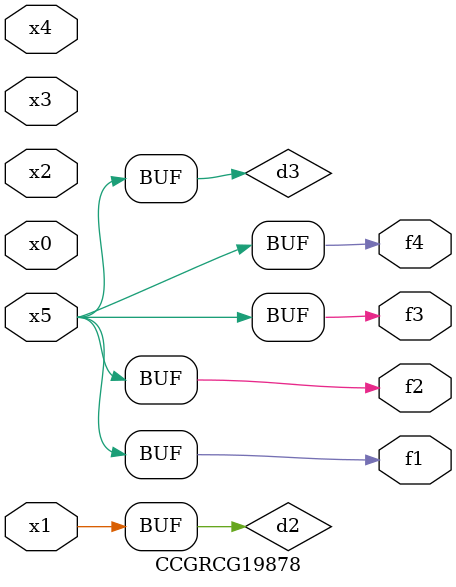
<source format=v>
module CCGRCG19878(
	input x0, x1, x2, x3, x4, x5,
	output f1, f2, f3, f4
);

	wire d1, d2, d3;

	not (d1, x5);
	or (d2, x1);
	xnor (d3, d1);
	assign f1 = d3;
	assign f2 = d3;
	assign f3 = d3;
	assign f4 = d3;
endmodule

</source>
